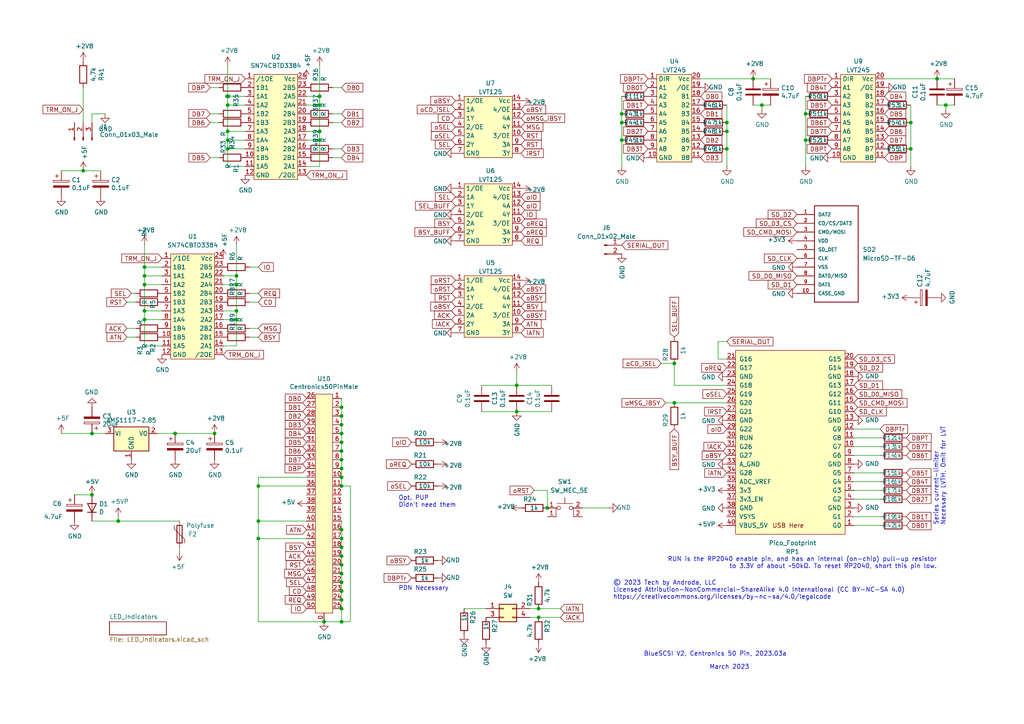
<source format=kicad_sch>
(kicad_sch (version 20211123) (generator eeschema)
  (paper "A4")
  (junction (at 26.67 143.51))
  (junction (at 99.06 173.99))
  (junction (at 99.06 171.45))
  (junction (at 99.06 176.53))
  (junction (at 99.06 123.19))
  (junction (at 41.91 77.47))
  (junction (at 99.06 156.21))
  (junction (at 92.71 27.94))
  (junction (at 41.91 90.17))
  (junction (at 68.58 82.55))
  (junction (at 99.06 138.43))
  (junction (at 220.98 30.48))
  (junction (at 66.04 43.18))
  (junction (at 156.21 176.53))
  (junction (at 149.86 119.38))
  (junction (at 92.71 30.48))
  (junction (at 34.29 151.13))
  (junction (at 99.06 128.27))
  (junction (at 92.71 40.64))
  (junction (at 158.75 147.32))
  (junction (at 74.93 140.97))
  (junction (at 24.13 49.53))
  (junction (at 92.71 38.1))
  (junction (at 210.82 43.18))
  (junction (at 149.86 111.76))
  (junction (at 195.58 105.41))
  (junction (at 74.93 151.13))
  (junction (at 99.06 180.34))
  (junction (at 99.06 125.73))
  (junction (at 41.91 80.01))
  (junction (at 68.58 80.01))
  (junction (at 66.04 38.1))
  (junction (at 99.06 166.37))
  (junction (at 41.91 82.55))
  (junction (at 180.34 33.02))
  (junction (at 233.68 33.02))
  (junction (at 210.82 35.56))
  (junction (at 99.06 120.65))
  (junction (at 68.58 90.17))
  (junction (at 218.44 22.86))
  (junction (at 99.06 118.11))
  (junction (at 62.23 125.73))
  (junction (at 271.78 22.86))
  (junction (at 156.21 179.07))
  (junction (at 74.93 156.21))
  (junction (at 50.8 125.73))
  (junction (at 99.06 158.75))
  (junction (at 99.06 133.35))
  (junction (at 180.34 40.64))
  (junction (at 66.04 27.94))
  (junction (at 210.82 38.1))
  (junction (at 233.68 40.64))
  (junction (at 264.16 43.18))
  (junction (at 66.04 30.48))
  (junction (at 99.06 161.29))
  (junction (at 195.58 116.84))
  (junction (at 99.06 153.67))
  (junction (at 274.32 30.48))
  (junction (at 99.06 168.91))
  (junction (at 180.34 35.56))
  (junction (at 99.06 135.89))
  (junction (at 99.06 163.83))
  (junction (at 93.98 180.34))
  (junction (at 264.16 35.56))
  (junction (at 66.04 40.64))
  (junction (at 68.58 92.71))
  (junction (at 99.06 130.81))
  (junction (at 41.91 92.71))
  (junction (at 99.06 140.97))
  (junction (at 26.67 125.73))
  (wire (pts (xy 92.71 48.26) (xy 92.71 40.64)))
  (wire (pts (xy 210.82 38.1) (xy 210.82 43.18)))
  (wire (pts (xy 193.04 116.84) (xy 195.58 116.84)))
  (wire (pts (xy 153.67 176.53) (xy 156.21 176.53)))
  (wire (pts (xy 66.04 43.18) (xy 71.12 43.18)))
  (wire (pts (xy 180.34 40.64) (xy 180.34 48.26)))
  (wire (pts (xy 218.44 22.86) (xy 203.2 22.86)))
  (wire (pts (xy 99.06 133.35) (xy 99.06 135.89)))
  (wire (pts (xy 92.71 30.48) (xy 92.71 27.94)))
  (wire (pts (xy 88.9 48.26) (xy 92.71 48.26)))
  (wire (pts (xy 99.06 153.67) (xy 99.06 156.21)))
  (wire (pts (xy 64.77 90.17) (xy 68.58 90.17)))
  (wire (pts (xy 88.9 151.13) (xy 74.93 151.13)))
  (wire (pts (xy 99.06 118.11) (xy 99.06 120.65)))
  (wire (pts (xy 210.82 35.56) (xy 210.82 38.1)))
  (wire (pts (xy 264.16 43.18) (xy 264.16 48.26)))
  (wire (pts (xy 274.32 30.48) (xy 274.32 31.75)))
  (wire (pts (xy 71.12 48.26) (xy 66.04 48.26)))
  (wire (pts (xy 88.9 38.1) (xy 92.71 38.1)))
  (wire (pts (xy 34.29 151.13) (xy 52.07 151.13)))
  (wire (pts (xy 39.37 85.09) (xy 38.1 85.09)))
  (wire (pts (xy 271.78 30.48) (xy 274.32 30.48)))
  (wire (pts (xy 134.62 176.53) (xy 140.97 176.53)))
  (wire (pts (xy 66.04 30.48) (xy 66.04 27.94)))
  (wire (pts (xy 218.44 30.48) (xy 220.98 30.48)))
  (wire (pts (xy 99.06 123.19) (xy 99.06 125.73)))
  (wire (pts (xy 66.04 38.1) (xy 66.04 30.48)))
  (wire (pts (xy 149.86 119.38) (xy 160.02 119.38)))
  (wire (pts (xy 139.7 111.76) (xy 149.86 111.76)))
  (wire (pts (xy 99.06 120.65) (xy 99.06 123.19)))
  (wire (pts (xy 88.9 156.21) (xy 74.93 156.21)))
  (wire (pts (xy 96.52 33.02) (xy 99.06 33.02)))
  (wire (pts (xy 41.91 77.47) (xy 46.99 77.47)))
  (wire (pts (xy 66.04 38.1) (xy 66.04 40.64)))
  (wire (pts (xy 180.34 35.56) (xy 180.34 40.64)))
  (wire (pts (xy 233.68 33.02) (xy 233.68 40.64)))
  (wire (pts (xy 168.91 147.32) (xy 176.53 147.32)))
  (wire (pts (xy 247.65 139.7) (xy 255.27 139.7)))
  (wire (pts (xy 247.65 149.86) (xy 255.27 149.86)))
  (wire (pts (xy 247.65 132.08) (xy 255.27 132.08)))
  (wire (pts (xy 41.91 90.17) (xy 41.91 82.55)))
  (wire (pts (xy 264.16 35.56) (xy 264.16 43.18)))
  (wire (pts (xy 92.71 40.64) (xy 92.71 38.1)))
  (wire (pts (xy 101.6 140.97) (xy 101.6 180.34)))
  (wire (pts (xy 99.06 151.13) (xy 99.06 153.67)))
  (wire (pts (xy 74.93 151.13) (xy 74.93 156.21)))
  (wire (pts (xy 74.93 95.25) (xy 72.39 95.25)))
  (wire (pts (xy 41.91 92.71) (xy 46.99 92.71)))
  (wire (pts (xy 247.65 142.24) (xy 255.27 142.24)))
  (wire (pts (xy 41.91 80.01) (xy 46.99 80.01)))
  (wire (pts (xy 46.99 90.17) (xy 41.91 90.17)))
  (wire (pts (xy 99.06 161.29) (xy 99.06 163.83)))
  (wire (pts (xy 96.52 35.56) (xy 99.06 35.56)))
  (wire (pts (xy 68.58 82.55) (xy 68.58 80.01)))
  (wire (pts (xy 88.9 40.64) (xy 92.71 40.64)))
  (wire (pts (xy 88.9 27.94) (xy 92.71 27.94)))
  (wire (pts (xy 66.04 40.64) (xy 66.04 43.18)))
  (wire (pts (xy 210.82 111.76) (xy 195.58 111.76)))
  (wire (pts (xy 17.78 125.73) (xy 26.67 125.73)))
  (wire (pts (xy 218.44 22.86) (xy 223.52 22.86)))
  (wire (pts (xy 191.77 105.41) (xy 195.58 105.41)))
  (wire (pts (xy 180.34 33.02) (xy 180.34 35.56)))
  (wire (pts (xy 99.06 173.99) (xy 99.06 176.53)))
  (wire (pts (xy 66.04 19.05) (xy 66.04 27.94)))
  (wire (pts (xy 72.39 85.09) (xy 74.93 85.09)))
  (wire (pts (xy 99.06 166.37) (xy 99.06 168.91)))
  (wire (pts (xy 63.5 33.02) (xy 60.96 33.02)))
  (wire (pts (xy 74.93 138.43) (xy 74.93 140.97)))
  (wire (pts (xy 233.68 27.94) (xy 233.68 33.02)))
  (wire (pts (xy 74.93 77.47) (xy 72.39 77.47)))
  (wire (pts (xy 99.06 45.72) (xy 96.52 45.72)))
  (wire (pts (xy 68.58 90.17) (xy 68.58 82.55)))
  (wire (pts (xy 64.77 100.33) (xy 68.58 100.33)))
  (wire (pts (xy 26.67 33.02) (xy 30.48 33.02)))
  (wire (pts (xy 220.98 30.48) (xy 220.98 31.75)))
  (wire (pts (xy 99.06 43.18) (xy 96.52 43.18)))
  (wire (pts (xy 210.82 99.06) (xy 208.28 99.06)))
  (wire (pts (xy 68.58 100.33) (xy 68.58 92.71)))
  (wire (pts (xy 17.78 49.53) (xy 24.13 49.53)))
  (wire (pts (xy 195.58 111.76) (xy 195.58 105.41)))
  (wire (pts (xy 99.06 125.73) (xy 99.06 128.27)))
  (wire (pts (xy 24.13 49.53) (xy 29.21 49.53)))
  (wire (pts (xy 66.04 40.64) (xy 71.12 40.64)))
  (wire (pts (xy 39.37 87.63) (xy 36.83 87.63)))
  (wire (pts (xy 24.13 25.4) (xy 24.13 35.56)))
  (wire (pts (xy 52.07 158.75) (xy 52.07 160.02)))
  (wire (pts (xy 195.58 116.84) (xy 210.82 116.84)))
  (wire (pts (xy 180.34 27.94) (xy 180.34 33.02)))
  (wire (pts (xy 99.06 156.21) (xy 99.06 158.75)))
  (wire (pts (xy 233.68 40.64) (xy 233.68 48.26)))
  (wire (pts (xy 99.06 168.91) (xy 99.06 171.45)))
  (wire (pts (xy 92.71 38.1) (xy 92.71 30.48)))
  (wire (pts (xy 64.77 92.71) (xy 68.58 92.71)))
  (wire (pts (xy 158.75 142.24) (xy 158.75 147.32)))
  (wire (pts (xy 208.28 99.06) (xy 208.28 104.14)))
  (wire (pts (xy 68.58 92.71) (xy 68.58 90.17)))
  (wire (pts (xy 99.06 180.34) (xy 93.98 180.34)))
  (wire (pts (xy 30.48 125.73) (xy 26.67 125.73)))
  (wire (pts (xy 50.8 125.73) (xy 62.23 125.73)))
  (wire (pts (xy 149.86 111.76) (xy 160.02 111.76)))
  (wire (pts (xy 156.21 179.07) (xy 162.56 179.07)))
  (wire (pts (xy 34.29 149.86) (xy 34.29 151.13)))
  (wire (pts (xy 247.65 137.16) (xy 255.27 137.16)))
  (wire (pts (xy 64.77 82.55) (xy 68.58 82.55)))
  (wire (pts (xy 99.06 115.57) (xy 99.06 118.11)))
  (wire (pts (xy 26.67 151.13) (xy 34.29 151.13)))
  (wire (pts (xy 68.58 80.01) (xy 68.58 71.12)))
  (wire (pts (xy 92.71 27.94) (xy 92.71 19.05)))
  (wire (pts (xy 220.98 30.48) (xy 223.52 30.48)))
  (wire (pts (xy 99.06 25.4) (xy 96.52 25.4)))
  (wire (pts (xy 71.12 38.1) (xy 66.04 38.1)))
  (wire (pts (xy 210.82 30.48) (xy 210.82 35.56)))
  (wire (pts (xy 99.06 138.43) (xy 99.06 140.97)))
  (wire (pts (xy 71.12 30.48) (xy 66.04 30.48)))
  (wire (pts (xy 99.06 163.83) (xy 99.06 166.37)))
  (wire (pts (xy 88.9 140.97) (xy 74.93 140.97)))
  (wire (pts (xy 45.72 125.73) (xy 50.8 125.73)))
  (wire (pts (xy 149.86 107.95) (xy 149.86 111.76)))
  (wire (pts (xy 101.6 180.34) (xy 99.06 180.34)))
  (wire (pts (xy 156.21 176.53) (xy 162.56 176.53)))
  (wire (pts (xy 41.91 90.17) (xy 41.91 92.71)))
  (wire (pts (xy 247.65 144.78) (xy 255.27 144.78)))
  (wire (pts (xy 99.06 135.89) (xy 99.06 138.43)))
  (wire (pts (xy 88.9 30.48) (xy 92.71 30.48)))
  (wire (pts (xy 74.93 97.79) (xy 72.39 97.79)))
  (wire (pts (xy 99.06 140.97) (xy 101.6 140.97)))
  (wire (pts (xy 63.5 45.72) (xy 60.96 45.72)))
  (wire (pts (xy 46.99 100.33) (xy 41.91 100.33)))
  (wire (pts (xy 210.82 43.18) (xy 210.82 48.26)))
  (wire (pts (xy 46.99 82.55) (xy 41.91 82.55)))
  (wire (pts (xy 247.65 124.46) (xy 255.27 124.46)))
  (wire (pts (xy 247.65 129.54) (xy 255.27 129.54)))
  (wire (pts (xy 74.93 180.34) (xy 93.98 180.34)))
  (wire (pts (xy 99.06 130.81) (xy 99.06 133.35)))
  (wire (pts (xy 247.65 152.4) (xy 255.27 152.4)))
  (wire (pts (xy 63.5 25.4) (xy 60.96 25.4)))
  (wire (pts (xy 99.06 171.45) (xy 99.06 173.99)))
  (wire (pts (xy 153.67 179.07) (xy 156.21 179.07)))
  (wire (pts (xy 99.06 158.75) (xy 99.06 161.29)))
  (wire (pts (xy 264.16 30.48) (xy 264.16 35.56)))
  (wire (pts (xy 39.37 97.79) (xy 36.83 97.79)))
  (wire (pts (xy 36.83 95.25) (xy 39.37 95.25)))
  (wire (pts (xy 208.28 104.14) (xy 210.82 104.14)))
  (wire (pts (xy 247.65 127) (xy 255.27 127)))
  (wire (pts (xy 274.32 30.48) (xy 276.86 30.48)))
  (wire (pts (xy 64.77 80.01) (xy 68.58 80.01)))
  (wire (pts (xy 99.06 176.53) (xy 99.06 180.34)))
  (wire (pts (xy 154.94 142.24) (xy 158.75 142.24)))
  (wire (pts (xy 41.91 71.12) (xy 41.91 77.47)))
  (wire (pts (xy 271.78 22.86) (xy 276.86 22.86)))
  (wire (pts (xy 99.06 128.27) (xy 99.06 130.81)))
  (wire (pts (xy 74.93 140.97) (xy 74.93 151.13)))
  (wire (pts (xy 41.91 77.47) (xy 41.91 80.01)))
  (wire (pts (xy 88.9 138.43) (xy 74.93 138.43)))
  (wire (pts (xy 139.7 119.38) (xy 149.86 119.38)))
  (wire (pts (xy 41.91 82.55) (xy 41.91 80.01)))
  (wire (pts (xy 41.91 92.71) (xy 41.91 100.33)))
  (wire (pts (xy 72.39 87.63) (xy 74.93 87.63)))
  (wire (pts (xy 60.96 35.56) (xy 63.5 35.56)))
  (wire (pts (xy 21.59 143.51) (xy 26.67 143.51)))
  (wire (pts (xy 26.67 35.56) (xy 26.67 33.02)))
  (wire (pts (xy 66.04 27.94) (xy 71.12 27.94)))
  (wire (pts (xy 271.78 22.86) (xy 256.54 22.86)))
  (wire (pts (xy 74.93 156.21) (xy 74.93 180.34)))
  (wire (pts (xy 66.04 43.18) (xy 66.04 48.26)))
  (text "Series current-limiter\nNecessary LVTH, Omit for LVT" (at 274.32 152.4 90) (effects (font (size 1.27 1.27)) (justify left bottom)))
  (text "March 2023" (at 205.74 194.31 0) (effects (font (size 1.27 1.27)) (justify left bottom)))
  (text "© 2023 Tech by Androda, LLC\nLicensed Attribution-NonCommercial-ShareAlike 4.0 International (CC BY-NC-SA 4.0)\nhttps://creativecommons.org/licenses/by-nc-sa/4.0/legalcode" (at 177.8 173.99 0) (effects (font (size 1.27 1.27)) (justify left bottom)))
  (text "RUN is the RP2040 enable pin, and has an internal (on-chip) pull-up resistor\nto 3.3V of about ~50kΩ. To reset RP2040, short this pin low." (at 271.78 165.1 0) (effects (font (size 1.27 1.27)) (justify right bottom)))
  (text "Opt. PUP\nDidn't need them" (at 115.57 147.32 0) (effects (font (size 1.27 1.27)) (justify left bottom)))
  (text "PDN Necessary" (at 115.57 171.45 0) (effects (font (size 1.27 1.27)) (justify left bottom)))
  (text "BlueSCSI V2, Centronics 50 Pin, 2023.03a" (at 186.69 190.5 0) (effects (font (size 1.27 1.27)) (justify left bottom)))
  (global_label "RST" (shape input) (at 36.83 87.63 180) (property "Intersheet References" "${INTERSHEET_REFS}" (effects hide)))
  (global_label "oSEL" (shape input) (at 119.38 140.97 180) (property "Intersheet References" "${INTERSHEET_REFS}" (effects hide)))
  (global_label "TRM_ON_J" (shape input) (at 24.13 31.75 180) (property "Intersheet References" "${INTERSHEET_REFS}" (effects hide)))
  (global_label "CD" (shape input) (at 88.9 171.45 180) (property "Intersheet References" "${INTERSHEET_REFS}" (effects hide)))
  (global_label "MSG" (shape input) (at 151.13 36.83 0) (property "Intersheet References" "${INTERSHEET_REFS}" (effects hide)))
  (global_label "SEL" (shape input) (at 38.1 85.09 180) (property "Intersheet References" "${INTERSHEET_REFS}" (effects hide)))
  (global_label "SD_D1" (shape input) (at 231.14 82.55 180) (property "Intersheet References" "${INTERSHEET_REFS}" (effects hide)))
  (global_label "oBSY" (shape input) (at 151.13 31.75 0) (property "Intersheet References" "${INTERSHEET_REFS}" (effects hide)))
  (global_label "oRST" (shape input) (at 132.08 83.82 180) (property "Intersheet References" "${INTERSHEET_REFS}" (effects hide)))
  (global_label "iACK" (shape input) (at 162.56 179.07 0) (property "Intersheet References" "${INTERSHEET_REFS}" (effects hide)))
  (global_label "SD_CLK" (shape input) (at 231.14 74.93 180) (property "Intersheet References" "${INTERSHEET_REFS}" (effects hide)))
  (global_label "oIO" (shape input) (at 151.13 57.15 0) (property "Intersheet References" "${INTERSHEET_REFS}" (effects hide)))
  (global_label "DBP" (shape input) (at 88.9 135.89 180) (property "Intersheet References" "${INTERSHEET_REFS}" (effects hide)))
  (global_label "DB1" (shape input) (at 203.2 33.02 0) (property "Intersheet References" "${INTERSHEET_REFS}" (effects hide)))
  (global_label "REQ" (shape input) (at 151.13 69.85 0) (property "Intersheet References" "${INTERSHEET_REFS}" (effects hide)))
  (global_label "IO" (shape input) (at 88.9 176.53 180) (property "Intersheet References" "${INTERSHEET_REFS}" (effects hide)))
  (global_label "CD" (shape input) (at 132.08 34.29 180) (property "Intersheet References" "${INTERSHEET_REFS}" (effects hide)))
  (global_label "DB1" (shape input) (at 99.06 33.02 0) (property "Intersheet References" "${INTERSHEET_REFS}" (effects hide)))
  (global_label "DB1T" (shape input) (at 262.89 149.86 0) (property "Intersheet References" "${INTERSHEET_REFS}" (effects hide)))
  (global_label "DB2" (shape input) (at 88.9 120.65 180) (property "Intersheet References" "${INTERSHEET_REFS}" (effects hide)))
  (global_label "DB2T" (shape input) (at 187.96 38.1 180) (property "Intersheet References" "${INTERSHEET_REFS}" (effects hide)))
  (global_label "oREQ" (shape input) (at 151.13 64.77 0) (property "Intersheet References" "${INTERSHEET_REFS}" (effects hide)))
  (global_label "oIO" (shape input) (at 151.13 59.69 0) (property "Intersheet References" "${INTERSHEET_REFS}" (effects hide)))
  (global_label "oIO" (shape input) (at 210.82 124.46 180) (property "Intersheet References" "${INTERSHEET_REFS}" (effects hide)))
  (global_label "DB7T" (shape input) (at 241.3 38.1 180) (property "Intersheet References" "${INTERSHEET_REFS}" (effects hide)))
  (global_label "oBSY" (shape input) (at 151.13 86.36 0) (property "Intersheet References" "${INTERSHEET_REFS}" (effects hide)))
  (global_label "DB3" (shape input) (at 99.06 43.18 0) (property "Intersheet References" "${INTERSHEET_REFS}" (effects hide)))
  (global_label "DBPTr" (shape input) (at 119.38 167.64 180) (property "Intersheet References" "${INTERSHEET_REFS}" (effects hide)))
  (global_label "SEL_BUFF" (shape input) (at 195.58 97.79 90) (property "Intersheet References" "${INTERSHEET_REFS}" (effects hide)))
  (global_label "oMSG_iBSY" (shape input) (at 151.13 34.29 0) (property "Intersheet References" "${INTERSHEET_REFS}" (effects hide)))
  (global_label "CD" (shape input) (at 74.93 87.63 0) (property "Intersheet References" "${INTERSHEET_REFS}" (effects hide)))
  (global_label "BSY" (shape input) (at 151.13 88.9 0) (property "Intersheet References" "${INTERSHEET_REFS}" (effects hide)))
  (global_label "REQ" (shape input) (at 74.93 85.09 0) (property "Intersheet References" "${INTERSHEET_REFS}" (effects hide)))
  (global_label "ACK" (shape input) (at 132.08 91.44 180) (property "Intersheet References" "${INTERSHEET_REFS}" (effects hide)))
  (global_label "iRST" (shape input) (at 151.13 44.45 0) (property "Intersheet References" "${INTERSHEET_REFS}" (effects hide)))
  (global_label "DB1" (shape input) (at 88.9 118.11 180) (property "Intersheet References" "${INTERSHEET_REFS}" (effects hide)))
  (global_label "oBSY" (shape input) (at 132.08 29.21 180) (property "Intersheet References" "${INTERSHEET_REFS}" (effects hide)))
  (global_label "DB4" (shape input) (at 256.54 27.94 0) (property "Intersheet References" "${INTERSHEET_REFS}" (effects hide)))
  (global_label "DBP" (shape input) (at 60.96 25.4 180) (property "Intersheet References" "${INTERSHEET_REFS}" (effects hide)))
  (global_label "RST" (shape input) (at 132.08 86.36 180) (property "Intersheet References" "${INTERSHEET_REFS}" (effects hide)))
  (global_label "RST" (shape input) (at 151.13 41.91 0) (property "Intersheet References" "${INTERSHEET_REFS}" (effects hide)))
  (global_label "oBSY" (shape input) (at 132.08 88.9 180) (property "Intersheet References" "${INTERSHEET_REFS}" (effects hide)))
  (global_label "DBPTr" (shape input) (at 187.96 22.86 180) (property "Intersheet References" "${INTERSHEET_REFS}" (effects hide)))
  (global_label "oBSY" (shape input) (at 151.13 83.82 0) (property "Intersheet References" "${INTERSHEET_REFS}" (effects hide)))
  (global_label "DB7T" (shape input) (at 262.89 129.54 0) (property "Intersheet References" "${INTERSHEET_REFS}" (effects hide)))
  (global_label "SERIAL_OUT" (shape input) (at 210.82 99.06 0) (property "Intersheet References" "${INTERSHEET_REFS}" (effects hide)))
  (global_label "BSY" (shape input) (at 88.9 158.75 180) (property "Intersheet References" "${INTERSHEET_REFS}" (effects hide)))
  (global_label "RST" (shape input) (at 151.13 39.37 0) (property "Intersheet References" "${INTERSHEET_REFS}" (effects hide)))
  (global_label "DB7" (shape input) (at 60.96 33.02 180) (property "Intersheet References" "${INTERSHEET_REFS}" (effects hide)))
  (global_label "SD_D0_MISO" (shape input) (at 247.65 114.3 0) (property "Intersheet References" "${INTERSHEET_REFS}" (effects hide)))
  (global_label "DB6" (shape input) (at 88.9 130.81 180) (property "Intersheet References" "${INTERSHEET_REFS}" (effects hide)))
  (global_label "DB2" (shape input) (at 99.06 35.56 0) (property "Intersheet References" "${INTERSHEET_REFS}" (effects hide)))
  (global_label "DB5T" (shape input) (at 241.3 30.48 180) (property "Intersheet References" "${INTERSHEET_REFS}" (effects hide)))
  (global_label "DB5" (shape input) (at 256.54 33.02 0) (property "Intersheet References" "${INTERSHEET_REFS}" (effects hide)))
  (global_label "DB4" (shape input) (at 99.06 45.72 0) (property "Intersheet References" "${INTERSHEET_REFS}" (effects hide)))
  (global_label "SERIAL_OUT" (shape input) (at 180.34 71.12 0) (property "Intersheet References" "${INTERSHEET_REFS}" (effects hide)))
  (global_label "DB2" (shape input) (at 203.2 40.64 0) (property "Intersheet References" "${INTERSHEET_REFS}" (effects hide)))
  (global_label "oSEL" (shape input) (at 132.08 39.37 180) (property "Intersheet References" "${INTERSHEET_REFS}" (effects hide)))
  (global_label "DB5" (shape input) (at 60.96 45.72 180) (property "Intersheet References" "${INTERSHEET_REFS}" (effects hide)))
  (global_label "SD_D3_CS" (shape input) (at 247.65 104.14 0) (property "Intersheet References" "${INTERSHEET_REFS}" (effects hide)))
  (global_label "TRM_ON_J" (shape input) (at 88.9 50.8 0) (property "Intersheet References" "${INTERSHEET_REFS}" (effects hide)))
  (global_label "oMSG_iBSY" (shape input) (at 193.04 116.84 180) (property "Intersheet References" "${INTERSHEET_REFS}" (effects hide)))
  (global_label "BSY" (shape input) (at 132.08 64.77 180) (property "Intersheet References" "${INTERSHEET_REFS}" (effects hide)))
  (global_label "SD_CMD_MOSI" (shape input) (at 231.14 67.31 180) (property "Intersheet References" "${INTERSHEET_REFS}" (effects hide)))
  (global_label "DB3" (shape input) (at 203.2 45.72 0) (property "Intersheet References" "${INTERSHEET_REFS}" (effects hide)))
  (global_label "SEL" (shape input) (at 132.08 41.91 180) (property "Intersheet References" "${INTERSHEET_REFS}" (effects hide)))
  (global_label "DB0T" (shape input) (at 187.96 25.4 180) (property "Intersheet References" "${INTERSHEET_REFS}" (effects hide)))
  (global_label "BSY" (shape input) (at 74.93 97.79 0) (property "Intersheet References" "${INTERSHEET_REFS}" (effects hide)))
  (global_label "DBPTr" (shape input) (at 255.27 124.46 0) (property "Intersheet References" "${INTERSHEET_REFS}" (effects hide)))
  (global_label "DB7" (shape input) (at 88.9 133.35 180) (property "Intersheet References" "${INTERSHEET_REFS}" (effects hide)))
  (global_label "oCD_iSEL" (shape input) (at 132.08 31.75 180) (property "Intersheet References" "${INTERSHEET_REFS}" (effects hide)))
  (global_label "SD_CMD_MOSI" (shape input) (at 247.65 116.84 0) (property "Intersheet References" "${INTERSHEET_REFS}" (effects hide)))
  (global_label "iRST" (shape input) (at 210.82 119.38 180) (property "Intersheet References" "${INTERSHEET_REFS}" (effects hide)))
  (global_label "SEL_BUFF" (shape input) (at 132.08 59.69 180) (property "Intersheet References" "${INTERSHEET_REFS}" (effects hide)))
  (global_label "DB0" (shape input) (at 88.9 115.57 180) (property "Intersheet References" "${INTERSHEET_REFS}" (effects hide)))
  (global_label "DB6T" (shape input) (at 262.89 132.08 0) (property "Intersheet References" "${INTERSHEET_REFS}" (effects hide)))
  (global_label "DB6T" (shape input) (at 241.3 35.56 180) (property "Intersheet References" "${INTERSHEET_REFS}" (effects hide)))
  (global_label "iACK" (shape input) (at 132.08 93.98 180) (property "Intersheet References" "${INTERSHEET_REFS}" (effects hide)))
  (global_label "iATN" (shape input) (at 210.82 137.16 180) (property "Intersheet References" "${INTERSHEET_REFS}" (effects hide)))
  (global_label "oRST" (shape input) (at 132.08 81.28 180) (property "Intersheet References" "${INTERSHEET_REFS}" (effects hide)))
  (global_label "MSG" (shape input) (at 74.93 95.25 0) (property "Intersheet References" "${INTERSHEET_REFS}" (effects hide)))
  (global_label "SD_D1" (shape input) (at 247.65 111.76 0) (property "Intersheet References" "${INTERSHEET_REFS}" (effects hide)))
  (global_label "oSEL" (shape input) (at 210.82 114.3 180) (property "Intersheet References" "${INTERSHEET_REFS}" (effects hide)))
  (global_label "TRM_ON_J" (shape input) (at 64.77 102.87 0) (property "Intersheet References" "${INTERSHEET_REFS}" (effects hide)))
  (global_label "ACK" (shape input) (at 36.83 95.25 180) (property "Intersheet References" "${INTERSHEET_REFS}" (effects hide)))
  (global_label "DB5T" (shape input) (at 262.89 137.16 0) (property "Intersheet References" "${INTERSHEET_REFS}" (effects hide)))
  (global_label "oSEL" (shape input) (at 132.08 36.83 180) (property "Intersheet References" "${INTERSHEET_REFS}" (effects hide)))
  (global_label "DB5" (shape input) (at 88.9 128.27 180) (property "Intersheet References" "${INTERSHEET_REFS}" (effects hide)))
  (global_label "SD_D0_MISO" (shape input) (at 231.14 80.01 180) (property "Intersheet References" "${INTERSHEET_REFS}" (effects hide)))
  (global_label "DBPT" (shape input) (at 241.3 43.18 180) (property "Intersheet References" "${INTERSHEET_REFS}" (effects hide)))
  (global_label "SD_D2" (shape input) (at 247.65 106.68 0) (property "Intersheet References" "${INTERSHEET_REFS}" (effects hide)))
  (global_label "oREQ" (shape input) (at 151.13 67.31 0) (property "Intersheet References" "${INTERSHEET_REFS}" (effects hide)))
  (global_label "SD_CLK" (shape input) (at 247.65 119.38 0) (property "Intersheet References" "${INTERSHEET_REFS}" (effects hide)))
  (global_label "DB2T" (shape input) (at 262.89 144.78 0) (property "Intersheet References" "${INTERSHEET_REFS}" (effects hide)))
  (global_label "oCD_iSEL" (shape input) (at 191.77 105.41 180) (property "Intersheet References" "${INTERSHEET_REFS}" (effects hide)))
  (global_label "SD_D3_CS" (shape input) (at 231.14 64.77 180) (property "Intersheet References" "${INTERSHEET_REFS}" (effects hide)))
  (global_label "oBSY" (shape input) (at 210.82 132.08 180) (property "Intersheet References" "${INTERSHEET_REFS}" (effects hide)))
  (global_label "REQ" (shape input) (at 88.9 173.99 180) (property "Intersheet References" "${INTERSHEET_REFS}" (effects hide)))
  (global_label "ATN" (shape input) (at 88.9 153.67 180) (property "Intersheet References" "${INTERSHEET_REFS}" (effects hide)))
  (global_label "DB0" (shape input) (at 203.2 27.94 0) (property "Intersheet References" "${INTERSHEET_REFS}" (effects hide)))
  (global_label "TRM_ON_J" (shape input) (at 46.99 74.93 180) (property "Intersheet References" "${INTERSHEET_REFS}" (effects hide)))
  (global_label "BSY_BUFF" (shape input) (at 132.08 67.31 180) (property "Intersheet References" "${INTERSHEET_REFS}" (effects hide)))
  (global_label "MSG" (shape input) (at 88.9 166.37 180) (property "Intersheet References" "${INTERSHEET_REFS}" (effects hide)))
  (global_label "oBSY" (shape input) (at 151.13 91.44 0) (property "Intersheet References" "${INTERSHEET_REFS}" (effects hide)))
  (global_label "DB0" (shape input) (at 99.06 25.4 0) (property "Intersheet References" "${INTERSHEET_REFS}" (effects hide)))
  (global_label "DB3T" (shape input) (at 262.89 142.24 0) (property "Intersheet References" "${INTERSHEET_REFS}" (effects hide)))
  (global_label "DB1T" (shape input) (at 187.96 30.48 180) (property "Intersheet References" "${INTERSHEET_REFS}" (effects hide)))
  (global_label "oBSY" (shape input) (at 119.38 162.56 180) (property "Intersheet References" "${INTERSHEET_REFS}" (effects hide)))
  (global_label "DB6" (shape input) (at 256.54 38.1 0) (property "Intersheet References" "${INTERSHEET_REFS}" (effects hide)))
  (global_label "IO" (shape input) (at 74.93 77.47 0) (property "Intersheet References" "${INTERSHEET_REFS}" (effects hide)))
  (global_label "RST" (shape input) (at 88.9 163.83 180) (property "Intersheet References" "${INTERSHEET_REFS}" (effects hide)))
  (global_label "SEL" (shape input) (at 132.08 57.15 180) (property "Intersheet References" "${INTERSHEET_REFS}" (effects hide)))
  (global_label "iATN" (shape input) (at 151.13 96.52 0) (property "Intersheet References" "${INTERSHEET_REFS}" (effects hide)))
  (global_label "DBPT" (shape input) (at 262.89 127 0) (property "Intersheet References" "${INTERSHEET_REFS}" (effects hide)))
  (global_label "ACK" (shape input) (at 88.9 161.29 180) (property "Intersheet References" "${INTERSHEET_REFS}" (effects hide)))
  (global_label "oRST" (shape input) (at 154.94 142.24 180) (property "Intersheet References" "${INTERSHEET_REFS}" (effects hide)))
  (global_label "TRM_ON_J" (shape input) (at 71.12 22.86 180) (property "Intersheet References" "${INTERSHEET_REFS}" (effects hide)))
  (global_label "oREQ" (shape input) (at 210.82 106.68 180) (property "Intersheet References" "${INTERSHEET_REFS}" (effects hide)))
  (global_label "DB6" (shape input) (at 60.96 35.56 180) (property "Intersheet References" "${INTERSHEET_REFS}" (effects hide)))
  (global_label "DB4T" (shape input) (at 262.89 139.7 0) (property "Intersheet References" "${INTERSHEET_REFS}" (effects hide)))
  (global_label "BSY_BUFF" (shape input) (at 195.58 124.46 270) (property "Intersheet References" "${INTERSHEET_REFS}" (effects hide)))
  (global_label "iATN" (shape input) (at 162.56 176.53 0) (property "Intersheet References" "${INTERSHEET_REFS}" (effects hide)))
  (global_label "DB3T" (shape input) (at 187.96 43.18 180) (property "Intersheet References" "${INTERSHEET_REFS}" (effects hide)))
  (global_label "oIO" (shape input) (at 119.38 128.27 180) (property "Intersheet References" "${INTERSHEET_REFS}" (effects hide)))
  (global_label "DB7" (shape input) (at 256.54 40.64 0) (property "Intersheet References" "${INTERSHEET_REFS}" (effects hide)))
  (global_label "SD_D2" (shape input) (at 231.14 62.23 180) (property "Intersheet References" "${INTERSHEET_REFS}" (effects hide)))
  (global_label "DBPTr" (shape input) (at 241.3 22.86 180) (property "Intersheet References" "${INTERSHEET_REFS}" (effects hide)))
  (global_label "DB4T" (shape input) (at 241.3 25.4 180) (property "Intersheet References" "${INTERSHEET_REFS}" (effects hide)))
  (global_label "oREQ" (shape input) (at 119.38 134.62 180) (property "Intersheet References" "${INTERSHEET_REFS}" (effects hide)))
  (global_label "SEL" (shape input) (at 88.9 168.91 180) (property "Intersheet References" "${INTERSHEET_REFS}" (effects hide)))
  (global_label "iACK" (shape input) (at 210.82 129.54 180) (property "Intersheet References" "${INTERSHEET_REFS}" (effects hide)))
  (global_label "IO" (shape input) (at 151.13 62.23 0) (property "Intersheet References" "${INTERSHEET_REFS}" (effects hide)))
  (global_label "DB0T" (shape input) (at 262.89 152.4 0) (property "Intersheet References" "${INTERSHEET_REFS}" (effects hide)))
  (global_label "ATN" (shape input) (at 151.13 93.98 0) (property "Intersheet References" "${INTERSHEET_REFS}" (effects hide)))
  (global_label "DBP" (shape input) (at 256.54 45.72 0) (property "Intersheet References" "${INTERSHEET_REFS}" (effects hide)))
  (global_label "ATN" (shape input) (at 36.83 97.79 180) (property "Intersheet References" "${INTERSHEET_REFS}" (effects hide)))
  (global_label "DB4" (shape input) (at 88.9 125.73 180) (property "Intersheet References" "${INTERSHEET_REFS}" (effects hide)))
  (global_label "DB3" (shape input) (at 88.9 123.19 180) (property "Intersheet References" "${INTERSHEET_REFS}" (effects hide)))
  (symbol (lib_id "Regulator_Linear:AMS1117CD-2.85") (at 38.1 125.73 0) (unit 1)
    (property "Reference" "U3" (at 38.1 119.5832 0))
    (property "Value" "AMS1117-2.85" (at 38.1 121.8946 0))
    (property "Footprint" "Package_TO_SOT_SMD:SOT-223-3_TabPin2" (effects hide))
    (property "Datasheet" "http://www.advanced-monolithic.com/pdf/ds1117.pdf" (effects hide))
  )
  (symbol (lib_id "power:GND") (at 38.1 133.35 0) (unit 1)
    (property "Reference" "#PWR012" (effects hide))
    (property "Value" "GND" (at 38.227 137.7442 0))
  )
  (symbol (lib_id "power:+2V8") (at 62.23 125.73 0) (unit 1)
    (property "Reference" "#PWR015" (effects hide))
    (property "Value" "+2V8" (at 62.611 121.3358 0))
  )
  (symbol (lib_id "Device:CP") (at 50.8 129.54 0) (unit 1)
    (property "Reference" "C4" (at 53.7972 128.3716 0) (effects (justify left)))
    (property "Value" "20uF" (at 53.7972 130.683 0) (effects (justify left)))
    (property "Footprint" "Capacitor_SMD:C_1206_3216Metric_Pad1.42x1.75mm_HandSolder" (effects hide))
  )
  (symbol (lib_id "Device:CP") (at 26.67 121.92 180) (unit 1)
    (property "Reference" "C3" (at 29.6672 120.7516 0) (effects (justify right)))
    (property "Value" "20uF" (at 29.6672 123.063 0) (effects (justify right)))
    (property "Footprint" "Capacitor_SMD:C_1206_3216Metric_Pad1.42x1.75mm_HandSolder" (effects hide))
  )
  (symbol (lib_id "power:GND") (at 26.67 118.11 180) (unit 1)
    (property "Reference" "#PWR07" (effects hide))
    (property "Value" "GND" (at 26.543 113.7158 0))
  )
  (symbol (lib_id "power:GND") (at 50.8 133.35 0) (unit 1)
    (property "Reference" "#PWR013" (effects hide))
    (property "Value" "GND" (at 50.927 137.7442 0))
  )
  (symbol (lib_id "custom_symbols:+5V_TPWR") (at 26.67 143.51 0) (unit 1)
    (property "Reference" "#PWR019" (effects hide))
    (property "Value" "+5V_TPWR" (at 26.67 139.7 0))
  )
  (symbol (lib_id "power:+3V3") (at 210.82 142.24 90) (unit 1)
    (property "Reference" "#PWR047" (effects hide))
    (property "Value" "+3V3" (at 207.5688 141.859 90) (effects (justify left)))
  )
  (symbol (lib_id "power:+5VP") (at 210.82 152.4 90) (unit 1)
    (property "Reference" "#PWR036" (effects hide))
    (property "Value" "+5VP" (at 207.5688 152.019 90) (effects (justify left)))
  )
  (symbol (lib_id "power:+5F") (at 17.78 125.73 0) (unit 1)
    (property "Reference" "#PWR06" (effects hide))
    (property "Value" "+5F" (at 18.161 121.3358 0))
  )
  (symbol (lib_id "power:+5F") (at 52.07 160.02 180) (unit 1)
    (property "Reference" "#PWR027" (effects hide))
    (property "Value" "+5F" (at 51.689 164.4142 0))
  )
  (symbol (lib_id "power:+5VP") (at 34.29 149.86 0) (unit 1)
    (property "Reference" "#PWR025" (effects hide))
    (property "Value" "+5VP" (at 34.671 145.4658 0))
  )
  (symbol (lib_id "custom_symbols:BlackSCSI") (at 229.87 156.21 180) (unit 1)
    (property "Reference" "RP1" (at 229.87 160.02 0))
    (property "Value" "Pico_Footprint" (at 229.87 157.48 0))
    (property "Footprint" "CustomFootprints:BluePillModule" (effects hide))
  )
  (symbol (lib_id "power:GND") (at 210.82 134.62 270) (unit 1)
    (property "Reference" "#PWR037" (effects hide))
    (property "Value" "GND" (at 207.5688 134.747 90) (effects (justify right)))
  )
  (symbol (lib_id "power:GND") (at 62.23 133.35 0) (unit 1)
    (property "Reference" "#PWR016" (effects hide))
    (property "Value" "GND" (at 62.357 137.7442 0))
  )
  (symbol (lib_id "Device:CP") (at 62.23 129.54 0) (unit 1)
    (property "Reference" "C5" (at 65.2272 128.3716 0) (effects (justify left)))
    (property "Value" "0.1uF" (at 65.2272 130.683 0) (effects (justify left)))
    (property "Footprint" "Capacitor_SMD:C_0805_2012Metric_Pad1.15x1.40mm_HandSolder" (effects hide))
  )
  (symbol (lib_id "power:GND") (at 29.21 57.15 0) (unit 1)
    (property "Reference" "#PWR05" (effects hide))
    (property "Value" "GND" (at 29.337 61.5442 0))
  )
  (symbol (lib_id "Device:CP") (at 29.21 53.34 0) (unit 1)
    (property "Reference" "C2" (at 32.2072 52.1716 0) (effects (justify left)))
    (property "Value" "0.1uF" (at 32.2072 54.483 0) (effects (justify left)))
    (property "Footprint" "Capacitor_SMD:C_0805_2012Metric_Pad1.15x1.40mm_HandSolder" (effects hide))
  )
  (symbol (lib_id "power:GND") (at 17.78 57.15 0) (unit 1)
    (property "Reference" "#PWR03" (effects hide))
    (property "Value" "GND" (at 17.907 61.5442 0))
  )
  (symbol (lib_id "Device:CP") (at 17.78 53.34 0) (unit 1)
    (property "Reference" "C1" (at 20.7772 52.1716 0) (effects (justify left)))
    (property "Value" "0.1uF" (at 20.7772 54.483 0) (effects (justify left)))
    (property "Footprint" "Capacitor_SMD:C_0805_2012Metric_Pad1.15x1.40mm_HandSolder" (effects hide))
  )
  (symbol (lib_id "Device:D") (at 26.67 147.32 90) (unit 1)
    (property "Reference" "D1" (at 28.702 146.1516 90) (effects (justify right)))
    (property "Value" "D" (at 28.702 148.463 90) (effects (justify right)))
    (property "Footprint" "Diode_SMD:D_SMA" (effects hide))
  )
  (symbol (lib_id "power:GND") (at 21.59 151.13 0) (unit 1)
    (property "Reference" "#PWR018" (effects hide))
    (property "Value" "GND" (at 21.717 155.5242 0))
  )
  (symbol (lib_id "Device:CP") (at 21.59 147.32 0) (unit 1)
    (property "Reference" "C6" (at 15.24 146.05 0) (effects (justify left)))
    (property "Value" "4.7uF" (at 12.7 149.86 0) (effects (justify left)))
    (property "Footprint" "Capacitor_SMD:C_0805_2012Metric_Pad1.15x1.40mm_HandSolder" (effects hide))
  )
  (symbol (lib_id "power:+3V3") (at 264.16 86.36 90) (unit 1)
    (property "Reference" "#PWR048" (effects hide))
    (property "Value" "+3V3" (at 260.9088 85.979 90) (effects (justify left)))
  )
  (symbol (lib_id "power:GND") (at 271.78 86.36 90) (unit 1)
    (property "Reference" "#PWR050" (effects hide))
    (property "Value" "GND" (at 276.1742 86.233 0))
  )
  (symbol (lib_id "Device:CP") (at 267.97 86.36 90) (unit 1)
    (property "Reference" "C12" (at 266.8016 83.3628 0) (effects (justify left)))
    (property "Value" "4.7uF" (at 269.113 83.3628 0) (effects (justify left)))
    (property "Footprint" "Capacitor_SMD:C_0805_2012Metric_Pad1.15x1.40mm_HandSolder" (effects hide))
  )
  (symbol (lib_id "Connector:Conn_01x03_Male") (at 24.13 40.64 90) (unit 1)
    (property "Reference" "J1" (at 28.9052 36.7284 90) (effects (justify right)))
    (property "Value" "Conn_01x03_Male" (at 28.9052 39.0398 90) (effects (justify right)))
    (property "Footprint" "Connector_PinHeader_2.54mm:PinHeader_1x03_P2.54mm_Vertical" (effects hide))
  )
  (symbol (lib_id "power:GND") (at 30.48 33.02 0) (unit 1)
    (property "Reference" "#PWR04" (effects hide))
    (property "Value" "GND" (at 30.607 37.4142 0))
  )
  (symbol (lib_id "Device:R") (at 207.01 38.1 90) (unit 1)
    (property "Reference" "R48" (at 205.74 38.1 90))
    (property "Value" "1k" (at 208.28 38.1 90))
    (property "Footprint" "Resistor_SMD:R_0402_1005Metric_Pad0.72x0.64mm_HandSolder" (effects hide))
  )
  (symbol (lib_id "New_Library:LVT245") (at 248.92 19.05 0) (unit 1)
    (property "Reference" "U9" (at 248.92 17.78 0))
    (property "Value" "LVT245" (at 248.92 20.32 0))
    (property "Footprint" "Package_SO:TSSOP-20_4.4x6.5mm_P0.65mm" (effects hide))
  )
  (symbol (lib_id "Device:R") (at 24.13 21.59 180) (unit 1)
    (property "Reference" "R41" (at 29.3878 21.59 90))
    (property "Value" "4.7k" (at 27.0764 21.59 90))
    (property "Footprint" "Resistor_SMD:R_0603_1608Metric_Pad0.98x0.95mm_HandSolder" (effects hide))
  )
  (symbol (lib_id "power:GND") (at 264.16 48.26 0) (unit 1)
    (property "Reference" "#PWR032" (effects hide))
    (property "Value" "GND" (at 264.287 52.6542 0))
  )
  (symbol (lib_id "power:GND") (at 274.32 31.75 0) (unit 1)
    (property "Reference" "#PWR022" (effects hide))
    (property "Value" "GND" (at 274.447 36.1442 0))
  )
  (symbol (lib_id "power:+3V3") (at 231.14 69.85 90) (unit 1)
    (property "Reference" "#PWR0101" (effects hide))
    (property "Value" "+3V3" (at 227.8888 69.469 90) (effects (justify left)))
  )
  (symbol (lib_id "Device:R") (at 156.21 182.88 0) (unit 1)
    (property "Reference" "R32" (at 158.75 181.61 90))
    (property "Value" "4.7k" (at 153.67 182.88 90))
    (property "Footprint" "Resistor_SMD:R_0603_1608Metric_Pad0.98x0.95mm_HandSolder" (effects hide))
  )
  (symbol (lib_id "power:GND") (at 180.34 73.66 0) (unit 1)
    (property "Reference" "#PWR0112" (effects hide))
    (property "Value" "GND" (at 180.467 76.9112 90) (effects (justify right)))
  )
  (symbol (lib_id "power:GND") (at 127 162.56 90) (unit 1)
    (property "Reference" "#PWR0107" (effects hide))
    (property "Value" "GND" (at 131.3942 162.433 90))
  )
  (symbol (lib_id "power:GND") (at 210.82 109.22 270) (unit 1)
    (property "Reference" "#PWR061" (effects hide))
    (property "Value" "GND" (at 207.5688 109.347 90) (effects (justify right)))
  )
  (symbol (lib_id "power:GND") (at 231.14 77.47 270) (unit 1)
    (property "Reference" "#PWR0103" (effects hide))
    (property "Value" "GND" (at 227.8888 77.597 90) (effects (justify right)))
  )
  (symbol (lib_id "power:+2V8") (at 41.91 71.12 0) (unit 1)
    (property "Reference" "#PWR0119" (effects hide))
    (property "Value" "+2V8" (at 42.291 66.7258 0))
  )
  (symbol (lib_id "power:GND") (at 132.08 69.85 270) (unit 1)
    (property "Reference" "#PWR033" (effects hide))
    (property "Value" "GND" (at 127.6858 69.977 90))
  )
  (symbol (lib_id "Device:R") (at 123.19 134.62 90) (unit 1)
    (property "Reference" "R21" (at 121.92 132.08 90))
    (property "Value" "10k" (at 123.19 134.62 90))
    (property "Footprint" "Resistor_SMD:R_0603_1608Metric_Pad0.98x0.95mm_HandSolder" (effects hide))
  )
  (symbol (lib_id "power:+2V8") (at 151.13 147.32 90) (unit 1)
    (property "Reference" "#PWR0114" (effects hide))
    (property "Value" "+2V8" (at 146.7358 146.939 90))
  )
  (symbol (lib_id "Device:R") (at 92.71 43.18 90) (unit 1)
    (property "Reference" "R39" (at 91.5416 41.402 0) (effects (justify left)))
    (property "Value" "R" (at 93.853 41.402 0) (effects (justify left)))
    (property "Footprint" "Resistor_SMD:R_0603_1608Metric_Pad0.98x0.95mm_HandSolder" (effects hide))
  )
  (symbol (lib_id "power:GND") (at 233.68 48.26 0) (unit 1)
    (property "Reference" "#PWR030" (effects hide))
    (property "Value" "GND" (at 233.807 52.6542 0))
  )
  (symbol (lib_id "power:+2V8") (at 127 128.27 270) (unit 1)
    (property "Reference" "#PWR034" (effects hide))
    (property "Value" "+2V8" (at 131.3942 128.651 90))
  )
  (symbol (lib_id "Device:R") (at 207.01 35.56 90) (unit 1)
    (property "Reference" "R47" (at 205.74 35.56 90))
    (property "Value" "1k" (at 208.28 35.56 90))
    (property "Footprint" "Resistor_SMD:R_0402_1005Metric_Pad0.72x0.64mm_HandSolder" (effects hide))
  )
  (symbol (lib_id "power:GND") (at 247.65 109.22 90) (unit 1)
    (property "Reference" "#PWR064" (effects hide))
    (property "Value" "GND" (at 250.9012 109.093 90) (effects (justify right)))
  )
  (symbol (lib_id "Device:R") (at 237.49 40.64 90) (unit 1)
    (property "Reference" "R52" (at 236.22 40.64 90))
    (property "Value" "1k" (at 238.76 40.64 90))
    (property "Footprint" "Resistor_SMD:R_0402_1005Metric_Pad0.72x0.64mm_HandSolder" (effects hide))
  )
  (symbol (lib_id "Device:R") (at 67.31 33.02 270) (unit 1)
    (property "Reference" "R34" (at 67.31 39.37 0) (effects (justify left)))
    (property "Value" "R" (at 64.77 38.1 0) (effects (justify left)))
    (property "Footprint" "Resistor_SMD:R_0603_1608Metric_Pad0.98x0.95mm_HandSolder" (effects hide))
  )
  (symbol (lib_id "Device:R") (at 259.08 132.08 90) (unit 1)
    (property "Reference" "R14" (at 257.81 132.08 90))
    (property "Value" "1k" (at 260.35 132.08 90))
    (property "Footprint" "Resistor_SMD:R_0402_1005Metric_Pad0.72x0.64mm_HandSolder" (effects hide))
  )
  (symbol (lib_id "Device:CP") (at 276.86 26.67 0) (unit 1)
    (property "Reference" "C15" (at 279.8572 25.5016 0) (effects (justify left)))
    (property "Value" "4.7uF" (at 279.8572 27.813 0) (effects (justify left)))
    (property "Footprint" "Capacitor_SMD:C_0805_2012Metric_Pad1.18x1.45mm_HandSolder" (effects hide))
  )
  (symbol (lib_id "power:GND") (at 256.54 25.4 90) (unit 1)
    (property "Reference" "#PWR020" (effects hide))
    (property "Value" "GND" (at 260.9342 25.273 90))
  )
  (symbol (lib_id "Device:R") (at 195.58 120.65 180) (unit 1)
    (property "Reference" "R29" (at 193.04 121.92 90))
    (property "Value" "1k" (at 198.12 120.65 90))
    (property "Footprint" "Resistor_SMD:R_0603_1608Metric_Pad0.98x0.95mm_HandSolder" (effects hide))
  )
  (symbol (lib_id "Device:R") (at 68.58 97.79 90) (unit 1)
    (property "Reference" "R10" (at 67.4116 96.012 0) (effects (justify left)))
    (property "Value" "R" (at 69.723 96.012 0) (effects (justify left)))
    (property "Footprint" "Resistor_SMD:R_0603_1608Metric_Pad0.98x0.95mm_HandSolder" (effects hide))
  )
  (symbol (lib_id "Device:R") (at 68.58 85.09 90) (unit 1)
    (property "Reference" "R7" (at 67.4116 83.312 0) (effects (justify left)))
    (property "Value" "R" (at 69.723 83.312 0) (effects (justify left)))
    (property "Footprint" "Resistor_SMD:R_0603_1608Metric_Pad0.98x0.95mm_HandSolder" (effects hide))
  )
  (symbol (lib_id "Device:R") (at 92.71 33.02 90) (unit 1)
    (property "Reference" "R37" (at 91.5416 31.242 0) (effects (justify left)))
    (property "Value" "R" (at 93.853 31.242 0) (effects (justify left)))
    (property "Footprint" "Resistor_SMD:R_0603_1608Metric_Pad0.98x0.95mm_HandSolder" (effects hide))
  )
  (symbol (lib_id "power:GND") (at 210.82 147.32 270) (unit 1)
    (property "Reference" "#PWR063" (effects hide))
    (property "Value" "GND" (at 207.5688 147.447 90) (effects (justify right)))
  )
  (symbol (lib_id "New_Library:SN74CBTD3384") (at 55.88 69.85 0) (unit 1)
    (property "Reference" "U1" (at 55.88 68.58 0))
    (property "Value" "SN74CBTD3384" (at 55.88 71.12 0))
    (property "Footprint" "Package_SO:TSSOP-24_4.4x7.8mm_P0.65mm" (effects hide))
  )
  (symbol (lib_id "custom_symbols:Centronics50PinMale") (at 93.98 111.76 0) (unit 1)
    (property "Reference" "U10" (at 93.98 109.855 0))
    (property "Value" "Centronics50PinMale" (at 93.98 112.1664 0))
    (property "Footprint" "Library:Centronics50Male" (effects hide))
  )
  (symbol (lib_id "power:+2V8") (at 149.86 107.95 0) (unit 1)
    (property "Reference" "#PWR055" (effects hide))
    (property "Value" "+2V8" (at 150.241 103.5558 0))
  )
  (symbol (lib_id "Device:R") (at 184.15 35.56 90) (unit 1)
    (property "Reference" "R44" (at 182.88 35.56 90))
    (property "Value" "1k" (at 185.42 35.56 90))
    (property "Footprint" "Resistor_SMD:R_0402_1005Metric_Pad0.72x0.64mm_HandSolder" (effects hide))
  )
  (symbol (lib_id "Device:R") (at 259.08 129.54 90) (unit 1)
    (property "Reference" "R13" (at 257.81 129.54 90))
    (property "Value" "1k" (at 260.35 129.54 90))
    (property "Footprint" "Resistor_SMD:R_0402_1005Metric_Pad0.72x0.64mm_HandSolder" (effects hide))
  )
  (symbol (lib_id "Connector:Conn_01x02_Male") (at 175.26 71.12 0) (unit 1)
    (property "Reference" "J6" (at 175.895 66.04 0))
    (property "Value" "Conn_01x02_Male" (at 175.895 68.58 0))
    (property "Footprint" "Connector_PinHeader_2.54mm:PinHeader_1x02_P2.54mm_Vertical" (effects hide))
  )
  (symbol (lib_id "Device:R") (at 259.08 152.4 90) (unit 1)
    (property "Reference" "R42" (at 257.81 152.4 90))
    (property "Value" "1k" (at 260.35 152.4 90))
    (property "Footprint" "Resistor_SMD:R_0402_1005Metric_Pad0.72x0.64mm_HandSolder" (effects hide))
  )
  (symbol (lib_id "power:GND") (at 132.08 54.61 270) (unit 1)
    (property "Reference" "#PWR028" (effects hide))
    (property "Value" "GND" (at 127.6858 54.737 90))
  )
  (symbol (lib_id "power:GND") (at 220.98 31.75 0) (unit 1)
    (property "Reference" "#PWR010" (effects hide))
    (property "Value" "GND" (at 221.107 36.1442 0))
  )
  (symbol (lib_id "Device:R") (at 123.19 167.64 90) (unit 1)
    (property "Reference" "R25" (at 121.92 165.1 90))
    (property "Value" "1k" (at 123.19 167.64 90))
    (property "Footprint" "Resistor_SMD:R_0603_1608Metric_Pad0.98x0.95mm_HandSolder" (effects hide))
  )
  (symbol (lib_id "Device:R") (at 43.18 97.79 270) (unit 1)
    (property "Reference" "R2" (at 44.3484 99.568 0) (effects (justify left)))
    (property "Value" "R" (at 42.037 99.568 0) (effects (justify left)))
    (property "Footprint" "Resistor_SMD:R_0603_1608Metric_Pad0.98x0.95mm_HandSolder" (effects hide))
  )
  (symbol (lib_id "Device:R") (at 43.18 95.25 270) (unit 1)
    (property "Reference" "R3" (at 40.64 100.33 0) (effects (justify left)))
    (property "Value" "R" (at 43.18 101.6 0) (effects (justify left)))
    (property "Footprint" "Resistor_SMD:R_0603_1608Metric_Pad0.98x0.95mm_HandSolder" (effects hide))
  )
  (symbol (lib_id "power:GND") (at 210.82 48.26 0) (unit 1)
    (property "Reference" "#PWR029" (effects hide))
    (property "Value" "GND" (at 210.947 52.6542 0))
  )
  (symbol (lib_id "power:GND") (at 46.99 102.87 0) (unit 1)
    (property "Reference" "#PWR0115" (effects hide))
    (property "Value" "GND" (at 47.117 107.2642 0))
  )
  (symbol (lib_id "Device:R") (at 237.49 27.94 90) (unit 1)
    (property "Reference" "R50" (at 236.22 27.94 90))
    (property "Value" "1k" (at 238.76 27.94 90))
    (property "Footprint" "Resistor_SMD:R_0402_1005Metric_Pad0.72x0.64mm_HandSolder" (effects hide))
  )
  (symbol (lib_id "power:+2V8") (at 151.13 81.28 270) (unit 1)
    (property "Reference" "#PWR053" (effects hide))
    (property "Value" "+2V8" (at 155.5242 81.661 90))
  )
  (symbol (lib_id "power:GND") (at 71.12 50.8 0) (unit 1)
    (property "Reference" "#PWR046" (effects hide))
    (property "Value" "GND" (at 71.247 55.1942 0))
  )
  (symbol (lib_id "Device:R") (at 259.08 149.86 90) (unit 1)
    (property "Reference" "R19" (at 257.81 149.86 90))
    (property "Value" "1k" (at 260.35 149.86 90))
    (property "Footprint" "Resistor_SMD:R_0402_1005Metric_Pad0.72x0.64mm_HandSolder" (effects hide))
  )
  (symbol (lib_id "power:+2V8") (at 156.21 186.69 180) (unit 1)
    (property "Reference" "#PWR0111" (effects hide))
    (property "Value" "+2V8" (at 155.829 191.0842 0))
  )
  (symbol (lib_id "power:GND") (at 127 167.64 90) (unit 1)
    (property "Reference" "#PWR0106" (effects hide))
    (property "Value" "GND" (at 131.3942 167.513 90))
  )
  (symbol (lib_id "Device:R") (at 92.71 45.72 90) (unit 1)
    (property "Reference" "R40" (at 91.5416 43.942 0) (effects (justify left)))
    (property "Value" "R" (at 93.853 43.942 0) (effects (justify left)))
    (property "Footprint" "Resistor_SMD:R_0603_1608Metric_Pad0.98x0.95mm_HandSolder" (effects hide))
  )
  (symbol (lib_id "Device:R") (at 134.62 180.34 0) (unit 1)
    (property "Reference" "R26" (at 137.16 179.07 90))
    (property "Value" "1k" (at 134.62 179.07 90))
    (property "Footprint" "Resistor_SMD:R_0603_1608Metric_Pad0.98x0.95mm_HandSolder" (effects hide))
  )
  (symbol (lib_id "power:GND") (at 180.34 48.26 0) (unit 1)
    (property "Reference" "#PWR023" (effects hide))
    (property "Value" "GND" (at 180.467 52.6542 0))
  )
  (symbol (lib_id "Device:R") (at 43.18 85.09 270) (unit 1)
    (property "Reference" "R5" (at 44.3484 86.868 0) (effects (justify left)))
    (property "Value" "R" (at 42.037 86.868 0) (effects (justify left)))
    (property "Footprint" "Resistor_SMD:R_0603_1608Metric_Pad0.98x0.95mm_HandSolder" (effects hide))
  )
  (symbol (lib_id "power:GND") (at 247.65 134.62 90) (unit 1)
    (property "Reference" "#PWR066" (effects hide))
    (property "Value" "GND" (at 250.9012 134.493 90) (effects (justify right)))
  )
  (symbol (lib_id "Device:R") (at 43.18 87.63 270) (unit 1)
    (property "Reference" "R4" (at 41.91 66.04 0) (effects (justify left)))
    (property "Value" "R" (at 40.64 92.71 0) (effects (justify left)))
    (property "Footprint" "Resistor_SMD:R_0603_1608Metric_Pad0.98x0.95mm_HandSolder" (effects hide))
  )
  (symbol (lib_id "Device:R") (at 259.08 139.7 90) (unit 1)
    (property "Reference" "R16" (at 257.81 139.7 90))
    (property "Value" "1k" (at 260.35 139.7 90))
    (property "Footprint" "Resistor_SMD:R_0402_1005Metric_Pad0.72x0.64mm_HandSolder" (effects hide))
  )
  (symbol (lib_id "Device:R") (at 237.49 33.02 90) (unit 1)
    (property "Reference" "R51" (at 236.22 33.02 90))
    (property "Value" "1k" (at 238.76 33.02 90))
    (property "Footprint" "Resistor_SMD:R_0402_1005Metric_Pad0.72x0.64mm_HandSolder" (effects hide))
  )
  (symbol (lib_id "power:+5F") (at 24.13 49.53 0) (unit 1)
    (property "Reference" "#PWR0116" (effects hide))
    (property "Value" "+5F" (at 24.511 46.2788 90) (effects (justify left)))
  )
  (symbol (lib_id "power:+2V8") (at 127 140.97 270) (unit 1)
    (property "Reference" "#PWR040" (effects hide))
    (property "Value" "+2V8" (at 131.3942 141.351 90))
  )
  (symbol (lib_id "Device:R") (at 123.19 140.97 90) (unit 1)
    (property "Reference" "R22" (at 121.92 138.43 90))
    (property "Value" "10k" (at 123.19 140.97 90))
    (property "Footprint" "Resistor_SMD:R_0603_1608Metric_Pad0.98x0.95mm_HandSolder" (effects hide))
  )
  (symbol (lib_id "Device:R") (at 259.08 144.78 90) (unit 1)
    (property "Reference" "R18" (at 257.81 144.78 90))
    (property "Value" "1k" (at 260.35 144.78 90))
    (property "Footprint" "Resistor_SMD:R_0402_1005Metric_Pad0.72x0.64mm_HandSolder" (effects hide))
  )
  (symbol (lib_id "power:GND") (at 132.08 62.23 270) (unit 1)
    (property "Reference" "#PWR031" (effects hide))
    (property "Value" "GND" (at 127.6858 62.357 90))
  )
  (symbol (lib_id "Connector_Generic:Conn_02x02_Odd_Even") (at 146.05 176.53 0) (unit 1)
    (property "Reference" "J4" (at 147.32 170.18 0))
    (property "Value" "SW" (at 147.32 172.72 0))
    (property "Footprint" "Connector_PinHeader_2.54mm:PinHeader_2x02_P2.54mm_Vertical" (effects hide))
  )
  (symbol (lib_id "power:GND") (at 149.86 119.38 0) (unit 1)
    (property "Reference" "#PWR056" (effects hide))
    (property "Value" "GND" (at 149.987 122.6312 90) (effects (justify right)))
  )
  (symbol (lib_id "power:+2V8") (at 92.71 19.05 0) (unit 1)
    (property "Reference" "#PWR052" (effects hide))
    (property "Value" "+2V8" (at 93.091 14.6558 0))
  )
  (symbol (lib_id "power:GND") (at 93.98 180.34 0) (unit 1)
    (property "Reference" "#PWR017" (effects hide))
    (property "Value" "GND" (at 94.107 184.7342 0))
  )
  (symbol (lib_id "New_Library:LVT125") (at 142.24 52.07 0) (unit 1)
    (property "Reference" "U6" (at 142.24 49.53 0))
    (property "Value" "LVT125" (at 142.24 52.07 0))
    (property "Footprint" "Package_SO:TSSOP-14_4.4x5mm_P0.65mm" (effects hide))
  )
  (symbol (lib_id "power:GND") (at 132.08 44.45 270) (unit 1)
    (property "Reference" "#PWR057" (effects hide))
    (property "Value" "GND" (at 127.6858 44.577 90))
  )
  (symbol (lib_id "Device:C") (at 139.7 115.57 180) (unit 1)
    (property "Reference" "C9" (at 133.2992 115.57 90))
    (property "Value" "0.1uF" (at 135.6106 115.57 90))
    (property "Footprint" "Capacitor_SMD:C_0805_2012Metric_Pad1.18x1.45mm_HandSolder" (effects hide))
  )
  (symbol (lib_id "New_Library:SN74CBTD3384") (at 80.01 17.78 0) (unit 1)
    (property "Reference" "U2" (at 80.01 16.51 0))
    (property "Value" "SN74CBTD3384" (at 80.01 19.05 0))
    (property "Footprint" "Package_SO:TSSOP-24_4.4x7.8mm_P0.65mm" (effects hide))
  )
  (symbol (lib_id "Device:R") (at 92.71 25.4 90) (unit 1)
    (property "Reference" "R36" (at 91.5416 23.622 0) (effects (justify left)))
    (property "Value" "R" (at 93.853 23.622 0) (effects (justify left)))
    (property "Footprint" "Resistor_SMD:R_0603_1608Metric_Pad0.98x0.95mm_HandSolder" (effects hide))
  )
  (symbol (lib_id "power:+2V8") (at 156.21 168.91 0) (unit 1)
    (property "Reference" "#PWR0108" (effects hide))
    (property "Value" "+2V8" (at 156.591 164.5158 0))
  )
  (symbol (lib_id "power:+5F") (at 88.9 22.86 0) (unit 1)
    (property "Reference" "#PWR049" (effects hide))
    (property "Value" "+5F" (at 89.281 19.6088 90) (effects (justify left)))
  )
  (symbol (lib_id "power:+2V8") (at 271.78 22.86 0) (unit 1)
    (property "Reference" "#PWR021" (effects hide))
    (property "Value" "+2V8" (at 272.161 18.4658 0))
  )
  (symbol (lib_id "Device:R") (at 259.08 142.24 90) (unit 1)
    (property "Reference" "R17" (at 257.81 142.24 90))
    (property "Value" "1k" (at 260.35 142.24 90))
    (property "Footprint" "Resistor_SMD:R_0402_1005Metric_Pad0.72x0.64mm_HandSolder" (effects hide))
  )
  (symbol (lib_id "Device:R") (at 260.35 30.48 90) (unit 1)
    (property "Reference" "R53" (at 259.08 30.48 90))
    (property "Value" "1k" (at 261.62 30.48 90))
    (property "Footprint" "Resistor_SMD:R_0402_1005Metric_Pad0.72x0.64mm_HandSolder" (effects hide))
  )
  (symbol (lib_id "Device:R") (at 123.19 162.56 90) (unit 1)
    (property "Reference" "R23" (at 121.92 160.02 90))
    (property "Value" "1k" (at 123.19 162.56 90))
    (property "Footprint" "Resistor_SMD:R_0603_1608Metric_Pad0.98x0.95mm_HandSolder" (effects hide))
  )
  (symbol (lib_id "Device:R") (at 154.94 147.32 270) (unit 1)
    (property "Reference" "R24" (at 153.67 144.78 90))
    (property "Value" "1k" (at 154.94 147.32 90))
    (property "Footprint" "Resistor_SMD:R_0603_1608Metric_Pad0.98x0.95mm_HandSolder" (effects hide))
  )
  (symbol (lib_id "Device:R") (at 184.15 27.94 90) (unit 1)
    (property "Reference" "R11" (at 182.88 27.94 90))
    (property "Value" "1k" (at 185.42 27.94 90))
    (property "Footprint" "Resistor_SMD:R_0402_1005Metric_Pad0.72x0.64mm_HandSolder" (effects hide))
  )
  (symbol (lib_id "power:GND") (at 187.96 45.72 270) (unit 1)
    (property "Reference" "#PWR02" (effects hide))
    (property "Value" "GND" (at 183.5658 45.847 90))
  )
  (symbol (lib_id "power:+2V8") (at 66.04 19.05 0) (unit 1)
    (property "Reference" "#PWR01" (effects hide))
    (property "Value" "+2V8" (at 66.421 14.6558 0))
  )
  (symbol (lib_id "power:+5F") (at 64.77 74.93 0) (unit 1)
    (property "Reference" "#PWR0118" (effects hide))
    (property "Value" "+5F" (at 65.151 71.6788 90) (effects (justify left)))
  )
  (symbol (lib_id "New_Library:MicroSD-TF-06") (at 231.14 62.23 0) (unit 1)
    (property "Reference" "SD2" (at 250.19 72.3899 0) (effects (justify left)))
    (property "Value" "MicroSD-TF-06" (at 250.19 74.9299 0) (effects (justify left)))
    (property "Footprint" "Library:TF-06_MicroSD" (effects hide))
    (property "MANUFACTURER_PART_NUMBER" "C693844" (effects hide))
  )
  (symbol (lib_id "power:GND") (at 203.2 25.4 90) (unit 1)
    (property "Reference" "#PWR08" (effects hide))
    (property "Value" "GND" (at 207.5942 25.273 90))
  )
  (symbol (lib_id "Device:R") (at 184.15 33.02 90) (unit 1)
    (property "Reference" "R43" (at 182.88 33.02 90))
    (property "Value" "1k" (at 185.42 33.02 90))
    (property "Footprint" "Resistor_SMD:R_0402_1005Metric_Pad0.72x0.64mm_HandSolder" (effects hide))
  )
  (symbol (lib_id "Device:R") (at 259.08 137.16 90) (unit 1)
    (property "Reference" "R15" (at 257.81 137.16 90))
    (property "Value" "1k" (at 260.35 137.16 90))
    (property "Footprint" "Resistor_SMD:R_0402_1005Metric_Pad0.72x0.64mm_HandSolder" (effects hide))
  )
  (symbol (lib_id "Device:R") (at 156.21 172.72 180) (unit 1)
    (property "Reference" "R31" (at 153.67 173.99 90))
    (property "Value" "4.7k" (at 158.75 172.72 90))
    (property "Footprint" "Resistor_SMD:R_0603_1608Metric_Pad0.98x0.95mm_HandSolder" (effects hide))
  )
  (symbol (lib_id "Device:R") (at 68.58 87.63 90) (unit 1)
    (property "Reference" "R8" (at 67.4116 85.852 0) (effects (justify left)))
    (property "Value" "R" (at 69.723 85.852 0) (effects (justify left)))
    (property "Footprint" "Resistor_SMD:R_0603_1608Metric_Pad0.98x0.95mm_HandSolder" (effects hide))
  )
  (symbol (lib_id "power:GND") (at 247.65 147.32 90) (unit 1)
    (property "Reference" "#PWR067" (effects hide))
    (property "Value" "GND" (at 250.9012 147.193 90) (effects (justify right)))
  )
  (symbol (lib_id "Device:R") (at 195.58 101.6 180) (unit 1)
    (property "Reference" "R28" (at 193.04 102.87 90))
    (property "Value" "1k" (at 198.12 101.6 90))
    (property "Footprint" "Resistor_SMD:R_0603_1608Metric_Pad0.98x0.95mm_HandSolder" (effects hide))
  )
  (symbol (lib_id "Switch:SW_MEC_5E") (at 163.83 149.86 0) (unit 1)
    (property "Reference" "SW1" (at 163.83 139.7 0))
    (property "Value" "SW_MEC_5E" (at 165.1 142.24 0))
    (property "Footprint" "Library:TS-1187A-B-A-B" (effects hide))
    (property "Datasheet" "http://www.apem.com/int/index.php?controller=attachment&id_attachment=1371" (effects hide))
  )
  (symbol (lib_id "power:GND") (at 210.82 121.92 270) (unit 1)
    (property "Reference" "#PWR062" (effects hide))
    (property "Value" "GND" (at 207.5688 122.047 90) (effects (justify right)))
  )
  (symbol (lib_id "Device:R") (at 68.58 77.47 90) (unit 1)
    (property "Reference" "R6" (at 67.4116 75.692 0) (effects (justify left)))
    (property "Value" "R" (at 69.723 75.692 0) (effects (justify left)))
    (property "Footprint" "Resistor_SMD:R_0603_1608Metric_Pad0.98x0.95mm_HandSolder" (effects hide))
  )
  (symbol (lib_id "Device:C") (at 149.86 115.57 180) (unit 1)
    (property "Reference" "C13" (at 143.4592 115.57 90))
    (property "Value" "0.1uF" (at 145.7706 115.57 90))
    (property "Footprint" "Capacitor_SMD:C_0805_2012Metric_Pad1.18x1.45mm_HandSolder" (effects hide))
  )
  (symbol (lib_id "Device:C") (at 160.02 115.57 180) (unit 1)
    (property "Reference" "C14" (at 153.6192 115.57 90))
    (property "Value" "0.1uF" (at 155.9306 115.57 90))
    (property "Footprint" "Capacitor_SMD:C_0805_2012Metric_Pad1.18x1.45mm_HandSolder" (effects hide))
  )
  (symbol (lib_id "New_Library:LVT125") (at 142.24 78.74 0) (unit 1)
    (property "Reference" "U5" (at 142.24 76.2 0))
    (property "Value" "LVT125" (at 142.24 78.74 0))
    (property "Footprint" "Package_SO:TSSOP-14_4.4x5mm_P0.65mm" (effects hide))
  )
  (symbol (lib_id "Device:Polyfuse") (at 52.07 154.94 180) (unit 1)
    (property "Reference" "F2" (at 57.15 154.94 0) (effects (justify left)))
    (property "Value" "Polyfuse" (at 62.23 152.4 0) (effects (justify left)))
    (property "Footprint" "Fuse:Fuse_0805_2012Metric_Pad1.15x1.40mm_HandSolder" (effects hide))
  )
  (symbol (lib_id "Device:R") (at 67.31 35.56 270) (unit 1)
    (property "Reference" "R33" (at 64.77 40.64 0) (effects (justify left)))
    (property "Value" "R" (at 67.31 41.91 0) (effects (justify left)))
    (property "Footprint" "Resistor_SMD:R_0603_1608Metric_Pad0.98x0.95mm_HandSolder" (effects hide))
  )
  (symbol (lib_id "power:GND") (at 132.08 96.52 270) (unit 1)
    (property "Reference" "#PWR024" (effects hide))
    (property "Value" "GND" (at 127.6858 96.647 90))
  )
  (symbol (lib_id "Device:C") (at 218.44 26.67 0) (unit 1)
    (property "Reference" "C8" (at 212.0392 26.67 90))
    (property "Value" "0.1uF" (at 214.3506 26.67 90))
    (property "Footprint" "Capacitor_SMD:C_0805_2012Metric_Pad1.18x1.45mm_HandSolder" (effects hide))
  )
  (symbol (lib_id "power:GND") (at 176.53 147.32 90) (unit 1)
    (property "Reference" "#PWR0113" (effects hide))
    (property "Value" "GND" (at 180.9242 147.193 90))
  )
  (symbol (lib_id "Device:CP") (at 223.52 26.67 0) (unit 1)
    (property "Reference" "C10" (at 226.5172 25.5016 0) (effects (justify left)))
    (property "Value" "4.7uF" (at 226.5172 27.813 0) (effects (justify left)))
    (property "Footprint" "Capacitor_SMD:C_0805_2012Metric_Pad1.18x1.45mm_HandSolder" (effects hide))
  )
  (symbol (lib_id "Device:R") (at 260.35 35.56 90) (unit 1)
    (property "Reference" "R54" (at 259.08 35.56 90))
    (property "Value" "1k" (at 261.62 35.56 90))
    (property "Footprint" "Resistor_SMD:R_0402_1005Metric_Pad0.72x0.64mm_HandSolder" (effects hide))
  )
  (symbol (lib_id "custom_symbols:+5V_TPWR") (at 88.9 146.05 90) (unit 1)
    (property "Reference" "#PWR014" (effects hide))
    (property "Value" "+5V_TPWR" (at 85.6488 145.669 90) (effects (justify left)))
  )
  (symbol (lib_id "power:+2V8") (at 218.44 22.86 0) (unit 1)
    (property "Reference" "#PWR09" (effects hide))
    (property "Value" "+2V8" (at 218.821 18.4658 0))
  )
  (symbol (lib_id "Device:R") (at 260.35 43.18 90) (unit 1)
    (property "Reference" "R55" (at 259.08 43.18 90))
    (property "Value" "1k" (at 261.62 43.18 90))
    (property "Footprint" "Resistor_SMD:R_0402_1005Metric_Pad0.72x0.64mm_HandSolder" (effects hide))
  )
  (symbol (lib_id "New_Library:LVT125") (at 142.24 26.67 0) (unit 1)
    (property "Reference" "U7" (at 142.24 24.13 0))
    (property "Value" "LVT125" (at 142.24 26.67 0))
    (property "Footprint" "Package_SO:TSSOP-14_4.4x5mm_P0.65mm" (effects hide))
  )
  (symbol (lib_id "Device:R") (at 92.71 35.56 90) (unit 1)
    (property "Reference" "R38" (at 91.5416 33.782 0) (effects (justify left)))
    (property "Value" "R" (at 93.853 33.782 0) (effects (justify left)))
    (property "Footprint" "Resistor_SMD:R_0603_1608Metric_Pad0.98x0.95mm_HandSolder" (effects hide))
  )
  (symbol (lib_id "Device:R") (at 184.15 40.64 90) (unit 1)
    (property "Reference" "R45" (at 182.88 40.64 90))
    (property "Value" "1k" (at 185.42 40.64 90))
    (property "Footprint" "Resistor_SMD:R_0402_1005Metric_Pad0.72x0.64mm_HandSolder" (effects hide))
  )
  (symbol (lib_id "power:+2V8") (at 151.13 29.21 270) (unit 1)
    (property "Reference" "#PWR060" (effects hide))
    (property "Value" "+2V8" (at 155.5242 29.591 90))
  )
  (symbol (lib_id "Device:C") (at 271.78 26.67 0) (unit 1)
    (property "Reference" "C11" (at 265.3792 26.67 90))
    (property "Value" "0.1uF" (at 267.6906 26.67 90))
    (property "Footprint" "Capacitor_SMD:C_0805_2012Metric_Pad1.18x1.45mm_HandSolder" (effects hide))
  )
  (symbol (lib_id "Device:R") (at 67.31 45.72 270) (unit 1)
    (property "Reference" "R1" (at 68.4784 47.498 0) (effects (justify left)))
    (property "Value" "R" (at 66.167 47.498 0) (effects (justify left)))
    (property "Footprint" "Resistor_SMD:R_0603_1608Metric_Pad0.98x0.95mm_HandSolder" (effects hide))
  )
  (symbol (lib_id "power:+2V8") (at 68.58 71.12 0) (unit 1)
    (property "Reference" "#PWR0117" (effects hide))
    (property "Value" "+2V8" (at 68.961 66.7258 0))
  )
  (symbol (lib_id "Device:R") (at 207.01 30.48 90) (unit 1)
    (property "Reference" "R46" (at 205.74 30.48 90))
    (property "Value" "1k" (at 208.28 30.48 90))
    (property "Footprint" "Resistor_SMD:R_0402_1005Metric_Pad0.72x0.64mm_HandSolder" (effects hide))
  )
  (symbol (lib_id "power:+2V8") (at 151.13 54.61 270) (unit 1)
    (property "Reference" "#PWR054" (effects hide))
    (property "Value" "+2V8" (at 155.5242 54.991 90))
  )
  (symbol (lib_id "Device:R") (at 123.19 128.27 90) (unit 1)
    (property "Reference" "R20" (at 121.92 125.73 90))
    (property "Value" "10k" (at 123.19 128.27 90))
    (property "Footprint" "Resistor_SMD:R_0603_1608Metric_Pad0.98x0.95mm_HandSolder" (effects hide))
  )
  (symbol (lib_id "Device:R") (at 140.97 182.88 0) (unit 1)
    (property "Reference" "R27" (at 143.51 181.61 90))
    (property "Value" "1k" (at 140.97 181.61 90))
    (property "Footprint" "Resistor_SMD:R_0603_1608Metric_Pad0.98x0.95mm_HandSolder" (effects hide))
  )
  (symbol (lib_id "Device:R") (at 67.31 25.4 270) (unit 1)
    (property "Reference" "R35" (at 68.4784 27.178 0) (effects (justify left)))
    (property "Value" "R" (at 66.167 27.178 0) (effects (justify left)))
    (property "Footprint" "Resistor_SMD:R_0603_1608Metric_Pad0.98x0.95mm_HandSolder" (effects hide))
  )
  (symbol (lib_id "Device:R") (at 207.01 43.18 90) (unit 1)
    (property "Reference" "R49" (at 205.74 43.18 90))
    (property "Value" "1k" (at 208.28 43.18 90))
    (property "Footprint" "Resistor_SMD:R_0402_1005Metric_Pad0.72x0.64mm_HandSolder" (effects hide))
  )
  (symbol (lib_id "power:GND") (at 140.97 186.69 0) (unit 1)
    (property "Reference" "#PWR0110" (effects hide))
    (property "Value" "GND" (at 141.097 191.0842 90))
  )
  (symbol (lib_id "power:+2V8") (at 24.13 17.78 0) (unit 1)
    (property "Reference" "#PWR058" (effects hide))
    (property "Value" "+2V8" (at 24.511 13.3858 0))
  )
  (symbol (lib_id "power:GND") (at 134.62 184.15 0) (unit 1)
    (property "Reference" "#PWR0109" (effects hide))
    (property "Value" "GND" (at 134.747 188.5442 90))
  )
  (symbol (lib_id "Device:R") (at 259.08 127 90) (unit 1)
    (property "Reference" "R12" (at 257.81 127 90))
    (property "Value" "1k" (at 260.35 127 90))
    (property "Footprint" "Resistor_SMD:R_0402_1005Metric_Pad0.72x0.64mm_HandSolder" (effects hide))
  )
  (symbol (lib_id "power:+2V8") (at 127 134.62 270) (unit 1)
    (property "Reference" "#PWR039" (effects hide))
    (property "Value" "+2V8" (at 131.3942 135.001 90))
  )
  (symbol (lib_id "New_Library:LVT245") (at 195.58 19.05 0) (unit 1)
    (property "Reference" "U4" (at 195.58 17.78 0))
    (property "Value" "LVT245" (at 195.58 20.32 0))
    (property "Footprint" "Package_SO:TSSOP-20_4.4x6.5mm_P0.65mm" (effects hide))
  )
  (symbol (lib_id "power:GND") (at 247.65 121.92 90) (unit 1)
    (property "Reference" "#PWR065" (effects hide))
    (property "Value" "GND" (at 250.9012 121.793 90) (effects (justify right)))
  )
  (symbol (lib_id "Device:R") (at 68.58 95.25 90) (unit 1)
    (property "Reference" "R9" (at 67.4116 93.472 0) (effects (justify left)))
    (property "Value" "R" (at 69.723 93.472 0) (effects (justify left)))
    (property "Footprint" "Resistor_SMD:R_0603_1608Metric_Pad0.98x0.95mm_HandSolder" (effects hide))
  )
  (symbol (lib_id "power:GND") (at 231.14 85.09 270) (unit 1)
    (property "Reference" "#PWR0102" (effects hide))
    (property "Value" "GND" (at 227.8888 85.217 90) (effects (justify right)))
  )
  (symbol (lib_id "power:GND") (at 241.3 45.72 270) (unit 1)
    (property "Reference" "#PWR011" (effects hide))
    (property "Value" "GND" (at 236.9058 45.847 90))
  )
  (sheet (at 31.75 180.34) (size 16.51 3.81) (stroke (width 0.1524))
    (property "Sheet name" "LED_Indicators" (at 31.75 179.6284 0) (effects (justify left bottom)))
    (property "Sheet file" "LED_Indicators.kicad_sch" (at 31.75 184.7346 0) (effects (justify left top)))
  )
)
</source>
